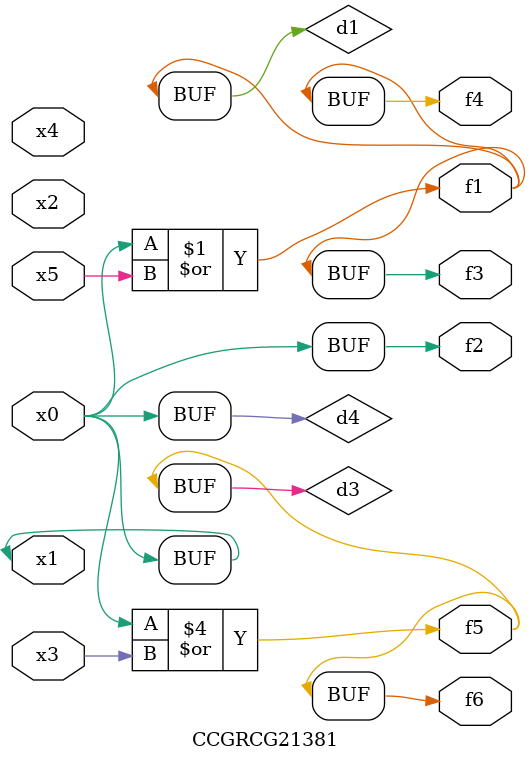
<source format=v>
module CCGRCG21381(
	input x0, x1, x2, x3, x4, x5,
	output f1, f2, f3, f4, f5, f6
);

	wire d1, d2, d3, d4;

	or (d1, x0, x5);
	xnor (d2, x1, x4);
	or (d3, x0, x3);
	buf (d4, x0, x1);
	assign f1 = d1;
	assign f2 = d4;
	assign f3 = d1;
	assign f4 = d1;
	assign f5 = d3;
	assign f6 = d3;
endmodule

</source>
